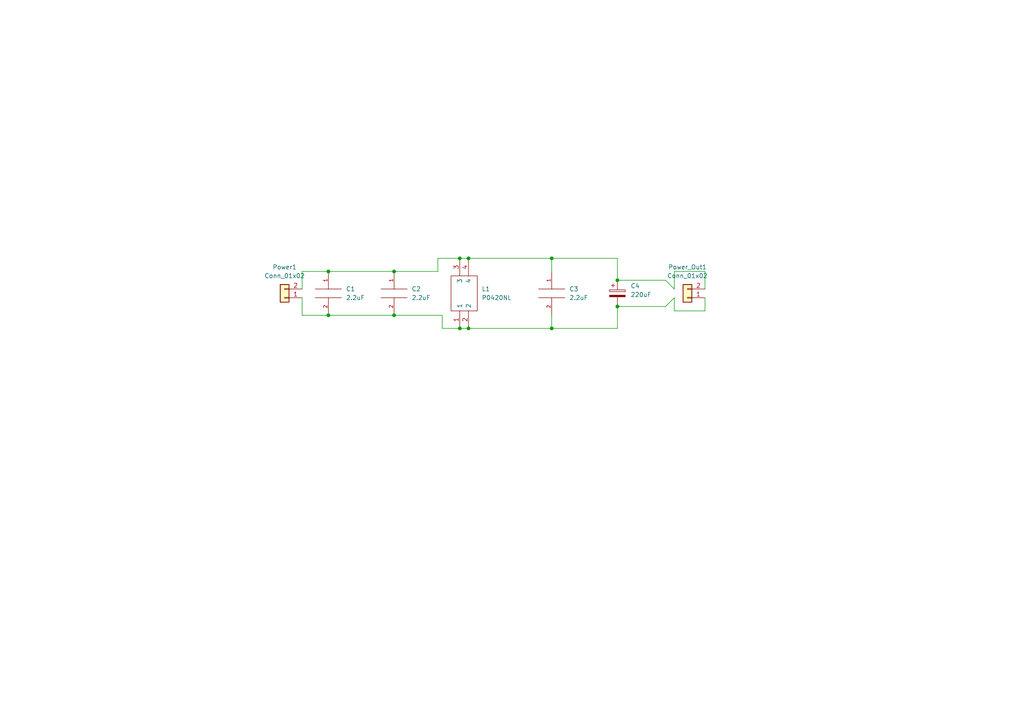
<source format=kicad_sch>
(kicad_sch (version 20211123) (generator eeschema)
  (paper "A4")
  (lib_symbols
    (symbol "Connector_Generic:Conn_01x02" (pin_names (offset 1.016) hide)
      (property "Reference" "J" (at 0 2.54 0))
      (property "Value" "Conn_01x02" (at 0 -5.08 0))
      (symbol "Conn_01x02_1_1"
        (rectangle (start -1.27 -2.413) (end 0 -2.667) (stroke (width 0.1524)))
        (rectangle (start -1.27 0.127) (end 0 -0.127) (stroke (width 0.1524)))
        (rectangle (start -1.27 1.27) (end 1.27 -3.81) (stroke (width 0.254)) (fill (type background)))
        (pin passive line (at -5.08 0 0) (length 3.81) (name "Pin_1") (number "1"))
        (pin passive line (at -5.08 -2.54 0) (length 3.81) (name "Pin_2") (number "2"))
      )
    )
    (symbol "Device:C_Polarized" (pin_numbers hide) (pin_names (offset 0.254))
      (property "Reference" "C" (at 0.635 2.54 0))
      (property "Value" "C_Polarized" (at 0.635 -2.54 0))
      (symbol "C_Polarized_0_1"
        (rectangle (start -2.286 0.508) (end 2.286 1.016))
        (polyline (pts (xy -1.778 2.286) (xy -0.762 2.286)))
        (polyline (pts (xy -1.27 2.794) (xy -1.27 1.778)))
        (rectangle (start 2.286 -0.508) (end -2.286 -1.016) (fill (type outline)))
      )
      (symbol "C_Polarized_1_1"
        (pin passive line (at 0 3.81 270) (length 2.794) (name "~") (number "1"))
        (pin passive line (at 0 -3.81 90) (length 2.794) (name "~") (number "2"))
      )
    )
    (symbol "SamacSys_Parts:P0420NL" (pin_names (offset 0.762))
      (property "Reference" "L" (at 16.51 7.62 0))
      (property "Value" "P0420NL" (at 16.51 5.08 0))
      (symbol "P0420NL_0_0"
        (pin passive line (at 0 0 0) (length 5.08) (name "1") (number "1"))
        (pin passive line (at 0 -2.54 0) (length 5.08) (name "2") (number "2"))
        (pin passive line (at 20.32 0 180) (length 5.08) (name "3") (number "3"))
        (pin passive line (at 20.32 -2.54 180) (length 5.08) (name "4") (number "4"))
      )
      (symbol "P0420NL_0_1"
        (polyline (pts (xy 5.08 2.54) (xy 15.24 2.54) (xy 15.24 -5.08) (xy 5.08 -5.08) (xy 5.08 2.54)) (stroke (width 0.1524)))
      )
    )
    (symbol "pspice:CAP" (pin_names (offset 0.254))
      (property "Reference" "C" (at 2.54 3.81 90))
      (property "Value" "CAP" (at 2.54 -3.81 90))
      (symbol "CAP_0_1"
        (polyline (pts (xy -3.81 -1.27) (xy 3.81 -1.27)))
        (polyline (pts (xy -3.81 1.27) (xy 3.81 1.27)))
      )
      (symbol "CAP_1_1"
        (pin passive line (at 0 6.35 270) (length 5.08) (name "~") (number "1"))
        (pin passive line (at 0 -6.35 90) (length 5.08) (name "~") (number "2"))
      )
    )
  )
  (junction (at 95.25 91.44))
  (junction (at 114.3 78.74))
  (junction (at 135.89 74.93))
  (junction (at 135.89 95.25))
  (junction (at 179.07 81.28))
  (junction (at 133.35 95.25))
  (junction (at 114.3 91.44))
  (junction (at 160.02 95.25))
  (junction (at 160.02 74.93))
  (junction (at 179.07 88.9))
  (junction (at 133.35 74.93))
  (junction (at 95.25 78.74))
  (wire (pts (xy 160.02 74.93) (xy 179.07 74.93)))
  (wire (pts (xy 127 78.74) (xy 127 74.93)))
  (wire (pts (xy 204.47 90.17) (xy 204.47 86.36)))
  (wire (pts (xy 128.27 91.44) (xy 128.27 95.25)))
  (wire (pts (xy 135.89 95.25) (xy 160.02 95.25)))
  (wire (pts (xy 195.58 86.36) (xy 195.58 90.17)))
  (wire (pts (xy 204.47 78.74) (xy 204.47 83.82)))
  (wire (pts (xy 160.02 91.44) (xy 160.02 95.25)))
  (wire (pts (xy 87.63 86.36) (xy 87.63 91.44)))
  (wire (pts (xy 95.25 91.44) (xy 114.3 91.44)))
  (wire (pts (xy 193.04 81.28) (xy 195.58 83.82)))
  (wire (pts (xy 195.58 86.36) (xy 193.04 88.9)))
  (wire (pts (xy 195.58 90.17) (xy 204.47 90.17)))
  (wire (pts (xy 160.02 95.25) (xy 179.07 95.25)))
  (wire (pts (xy 95.25 78.74) (xy 114.3 78.74)))
  (wire (pts (xy 133.35 95.25) (xy 135.89 95.25)))
  (wire (pts (xy 135.89 74.93) (xy 160.02 74.93)))
  (wire (pts (xy 195.58 78.74) (xy 204.47 78.74)))
  (wire (pts (xy 179.07 88.9) (xy 179.07 95.25)))
  (wire (pts (xy 114.3 78.74) (xy 127 78.74)))
  (wire (pts (xy 179.07 88.9) (xy 193.04 88.9)))
  (wire (pts (xy 179.07 81.28) (xy 193.04 81.28)))
  (wire (pts (xy 114.3 91.44) (xy 128.27 91.44)))
  (wire (pts (xy 128.27 95.25) (xy 133.35 95.25)))
  (wire (pts (xy 87.63 78.74) (xy 95.25 78.74)))
  (wire (pts (xy 160.02 74.93) (xy 160.02 78.74)))
  (wire (pts (xy 195.58 83.82) (xy 195.58 78.74)))
  (wire (pts (xy 87.63 83.82) (xy 87.63 78.74)))
  (wire (pts (xy 127 74.93) (xy 133.35 74.93)))
  (wire (pts (xy 179.07 74.93) (xy 179.07 81.28)))
  (wire (pts (xy 87.63 91.44) (xy 95.25 91.44)))
  (wire (pts (xy 133.35 74.93) (xy 135.89 74.93)))
  (symbol (lib_id "Connector_Generic:Conn_01x02") (at 82.55 86.36 180) (unit 1)
    (property "Reference" "Power1" (at 82.55 77.47 0))
    (property "Value" "Conn_01x02" (at 82.55 80.01 0))
    (property "Footprint" "Connector_JST:JST_VH_B2P-VH-B_1x02_P3.96mm_Vertical" (effects hide))
  )
  (symbol (lib_id "Connector_Generic:Conn_01x02") (at 199.39 86.36 180) (unit 1)
    (property "Reference" "Power_Out1" (at 199.39 77.47 0))
    (property "Value" "Conn_01x02" (at 199.39 80.01 0))
    (property "Footprint" "Connector_JST:JST_VH_B2P-VH_1x02_P3.96mm_Vertical" (effects hide))
  )
  (symbol (lib_id "pspice:CAP") (at 160.02 85.09 0) (unit 1)
    (property "Reference" "C3" (at 165.1 83.8199 0) (effects (justify left)))
    (property "Value" "2.2uF" (at 165.1 86.3599 0) (effects (justify left)))
    (property "Footprint" "SamacSys_Parts:CAPC2012X145N" (effects hide))
  )
  (symbol (lib_id "Device:C_Polarized") (at 179.07 85.09 0) (unit 1)
    (property "Reference" "C4" (at 182.88 82.9309 0) (effects (justify left)))
    (property "Value" "220uF" (at 182.88 85.4709 0) (effects (justify left)))
    (property "Footprint" "SamacSys_Parts:CAPPA7250W80L3050D1050" (effects hide))
  )
  (symbol (lib_id "pspice:CAP") (at 114.3 85.09 0) (unit 1)
    (property "Reference" "C2" (at 119.38 83.8199 0) (effects (justify left)))
    (property "Value" "2.2uF" (at 119.38 86.3599 0) (effects (justify left)))
    (property "Footprint" "SamacSys_Parts:CAPC2012X145N" (effects hide))
  )
  (symbol (lib_id "pspice:CAP") (at 95.25 85.09 0) (unit 1)
    (property "Reference" "C1" (at 100.33 83.8199 0) (effects (justify left)))
    (property "Value" "2.2uF" (at 100.33 86.3599 0) (effects (justify left)))
    (property "Footprint" "SamacSys_Parts:CAPC2012X145N" (effects hide))
  )
  (symbol (lib_id "SamacSys_Parts:P0420NL") (at 133.35 95.25 90) (unit 1)
    (property "Reference" "L1" (at 139.7 83.8199 90) (effects (justify right)))
    (property "Value" "P0420NL" (at 139.7 86.3599 90) (effects (justify right)))
    (property "Footprint" "SamacSys_Parts:P0420NLT" (effects hide))
    (property "Datasheet" "https://componentsearchengine.com/Datasheets/1/P0420NLT.pdf" (effects hide))
    (property "Description" "Common Mode Chokes / Filters SMD CommonMode Choke 1320uH .06Ohms" (effects hide))
    (property "Height" "9.91" (effects hide))
    (property "Mouser Part Number" "673-P0420NL" (effects hide))
    (property "Mouser Price/Stock" "https://www.mouser.co.uk/ProductDetail/Pulse-Electronics/P0420NL?qs=mAvO8%252BoAPrj8NxNMPK2wgg%3D%3D" (effects hide))
    (property "Manufacturer_Name" "Pulse" (effects hide))
    (property "Manufacturer_Part_Number" "P0420NL" (effects hide))
  )
)
</source>
